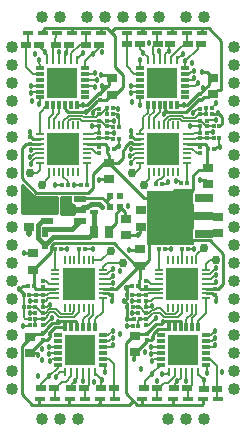
<source format=gtl>
G04 Layer: TopLayer*
G04 EasyEDA v6.5.22, 2023-04-03 13:48:28*
G04 438ef6ab04534b949e8f413d785863a0,3cec5f453c3247449836eb28e2eac2c3,10*
G04 Gerber Generator version 0.2*
G04 Scale: 100 percent, Rotated: No, Reflected: No *
G04 Dimensions in inches *
G04 leading zeros omitted , absolute positions ,3 integer and 6 decimal *
%FSLAX36Y36*%
%MOIN*%

%AMMACRO1*21,1,$1,$2,0,0,$3*%
%ADD10C,0.0058*%
%ADD11C,0.0100*%
%ADD12C,0.0150*%
%ADD13C,0.0200*%
%ADD14C,0.0300*%
%ADD15MACRO1,0.0213X0.0311X-90.0000*%
%ADD16R,0.0354X0.0315*%
%ADD17MACRO1,0.0213X0.0311X0.0000*%
%ADD18R,0.0213X0.0311*%
%ADD19MACRO1,0.0213X0.0311X90.0000*%
%ADD20MACRO1,0.0213X0.0223X90.0000*%
%ADD21MACRO1,0.0128X0.0119X-90.0000*%
%ADD22MACRO1,0.0128X0.0119X90.0000*%
%ADD23MACRO1,0.0128X0.0119X0.0000*%
%ADD24R,0.0128X0.0119*%
%ADD25R,0.0276X0.0079*%
%ADD26R,0.0079X0.0276*%
%ADD27R,0.1102X0.1102*%
%ADD28MACRO1,0.0262X0.011X90.0000*%
%ADD29MACRO1,0.011X0.0262X90.0000*%
%ADD30R,0.0110X0.0262*%
%ADD31R,0.1004X0.1004*%
%ADD32MACRO1,0.0262X0.011X-90.0000*%
%ADD33MACRO1,0.011X0.0262X-90.0000*%
%ADD34MACRO1,0.0142X0.0366X90.0000*%
%ADD35R,0.0366X0.0142*%
%ADD36MACRO1,0.0142X0.0366X-90.0000*%
%ADD37R,0.0276X0.0157*%
%ADD38R,0.0276X0.0433*%
%ADD39MACRO1,0.0213X0.0223X-90.0000*%
%ADD40R,0.0394X0.0217*%
%ADD41MACRO1,0.0265X0.062X90.0000*%
%ADD42MACRO1,0.0128X0.0145X0.0000*%
%ADD43R,0.0128X0.0145*%
%ADD44MACRO1,0.0128X0.0145X90.0000*%
%ADD45MACRO1,0.0128X0.0145X-90.0000*%
%ADD46C,0.0400*%
%ADD47C,0.0180*%
%ADD48C,0.0121*%

%LPD*%
G36*
X75000Y759500D02*
G01*
X73460Y759800D01*
X72180Y760680D01*
X71300Y761960D01*
X71000Y763500D01*
X71000Y856960D01*
X71300Y858500D01*
X72180Y859800D01*
X73500Y860660D01*
X75040Y860960D01*
X79480Y860900D01*
X80980Y860580D01*
X82260Y859720D01*
X115320Y826660D01*
X117260Y825160D01*
X119280Y824240D01*
X122060Y823800D01*
X191500Y823800D01*
X193039Y823500D01*
X194320Y822620D01*
X195200Y821340D01*
X195500Y819800D01*
X195500Y763500D01*
X195200Y761960D01*
X194320Y760680D01*
X193039Y759800D01*
X191500Y759500D01*
G37*

%LPD*%
G36*
X205300Y756000D02*
G01*
X203660Y756360D01*
X202300Y757360D01*
X201480Y758840D01*
X201340Y760520D01*
X201500Y761760D01*
X201500Y818000D01*
X201800Y819539D01*
X202680Y820819D01*
X203960Y821700D01*
X205500Y822000D01*
X237440Y822000D01*
X238960Y821700D01*
X240260Y820819D01*
X241140Y819539D01*
X241439Y818000D01*
X241439Y801840D01*
X241680Y800020D01*
X242260Y798600D01*
X243220Y797360D01*
X244460Y796400D01*
X245900Y795819D01*
X248500Y795580D01*
X250040Y795260D01*
X251320Y794400D01*
X252200Y793100D01*
X252500Y791580D01*
X252500Y760000D01*
X252200Y758460D01*
X251320Y757180D01*
X250040Y756300D01*
X248500Y756000D01*
G37*

%LPD*%
G36*
X494000Y660000D02*
G01*
X492460Y660300D01*
X491180Y661180D01*
X490300Y662460D01*
X490000Y664000D01*
X490000Y701040D01*
X490300Y702560D01*
X490740Y703620D01*
X490920Y704960D01*
X490920Y735939D01*
X490740Y737280D01*
X490300Y738319D01*
X490000Y739860D01*
X490000Y756140D01*
X490300Y757680D01*
X490740Y758720D01*
X490920Y760060D01*
X490920Y791040D01*
X490740Y792380D01*
X490300Y793439D01*
X490000Y794960D01*
X490000Y835520D01*
X490300Y837039D01*
X491160Y838340D01*
X492460Y839200D01*
X493980Y839520D01*
X644479Y839980D01*
X646020Y839680D01*
X647320Y838820D01*
X648199Y837520D01*
X648500Y835980D01*
X648500Y835180D01*
X648199Y833660D01*
X647320Y832360D01*
X644940Y830740D01*
X644280Y829880D01*
X643880Y828860D01*
X643700Y827520D01*
X643700Y801600D01*
X643880Y800260D01*
X644280Y799240D01*
X644940Y798379D01*
X647320Y796760D01*
X648199Y795460D01*
X648500Y793940D01*
X648500Y717080D01*
X648199Y715540D01*
X647320Y714240D01*
X644940Y712620D01*
X644280Y711760D01*
X643880Y710759D01*
X643700Y709419D01*
X643700Y683480D01*
X643880Y682140D01*
X644280Y681140D01*
X644940Y680280D01*
X647320Y678660D01*
X648199Y677360D01*
X648500Y675819D01*
X648500Y664000D01*
X648199Y662460D01*
X647320Y661180D01*
X646040Y660300D01*
X644500Y660000D01*
G37*

%LPD*%
D10*
X541010Y863000D02*
G01*
X556500Y863000D01*
X561999Y868499D01*
X545999Y901269D02*
G01*
X545999Y887500D01*
X536500Y878000D01*
X530000Y878000D01*
X521990Y869989D01*
X521990Y863000D01*
X681540Y176999D02*
G01*
X681540Y207458D01*
X680000Y208998D01*
X680000Y209000D02*
G01*
X661210Y227789D01*
X661210Y233899D01*
D11*
X430999Y640999D02*
G01*
X464940Y640999D01*
X468499Y644560D01*
X461500Y690500D02*
G01*
X468501Y697501D01*
X468501Y720940D01*
X166500Y362500D02*
G01*
X166500Y367500D01*
X184000Y385000D01*
X218800Y384099D01*
X64000Y511999D02*
G01*
X75500Y523499D01*
X92699Y523499D01*
X64000Y511999D02*
G01*
X79490Y496509D01*
X79490Y493000D01*
X185297Y512997D02*
G01*
X119800Y512997D01*
X114299Y518497D01*
X114299Y523499D01*
X373499Y470999D02*
G01*
X374000Y490700D01*
X342739Y497500D02*
G01*
X360500Y497500D01*
X367300Y490700D01*
X374000Y490700D01*
X342699Y513299D02*
G01*
X374000Y512300D01*
X420000Y516999D02*
G01*
X425999Y523000D01*
X439699Y523000D01*
X718499Y491199D02*
G01*
X720000Y489699D01*
X720000Y471999D01*
X686739Y497500D02*
G01*
X707979Y497500D01*
X714279Y491199D01*
X718499Y491199D01*
X686700Y513299D02*
G01*
X718499Y512800D01*
X490500Y342199D02*
G01*
X490500Y339499D01*
X488000Y336999D01*
X510000Y350000D02*
G01*
X502199Y342199D01*
X490500Y342199D01*
X488000Y336999D02*
G01*
X462541Y311539D01*
X451999Y311539D01*
X678899Y696439D02*
G01*
X679897Y697440D01*
X726999Y697440D01*
X381790Y980001D02*
G01*
X391168Y989380D01*
X398040Y989380D01*
X715300Y979000D02*
G01*
X723400Y987100D01*
X733099Y987100D01*
D10*
X731505Y1016001D02*
G01*
X731505Y988690D01*
X733098Y987101D01*
D11*
X435500Y998699D02*
G01*
X429699Y998699D01*
X418000Y986999D01*
X418000Y981500D01*
X409499Y973000D01*
X409499Y949499D01*
X393060Y933060D01*
X364000Y933060D01*
D10*
X398000Y989400D02*
G01*
X397500Y1011999D01*
D11*
X435500Y1020300D02*
G01*
X435500Y1035999D01*
X438499Y1039000D01*
X467260Y1011500D02*
G01*
X450000Y1011500D01*
X441199Y1020300D01*
X435500Y1020300D01*
X467260Y995740D02*
G01*
X442500Y995740D01*
X439540Y998699D01*
X435500Y998699D01*
X331999Y876001D02*
G01*
X333939Y877939D01*
X364000Y877939D01*
X364000Y933060D02*
G01*
X346060Y933060D01*
X310000Y896999D01*
X310000Y848000D01*
X295000Y833000D01*
X121999Y833000D01*
X73998Y881001D01*
X73998Y981498D01*
X88200Y995700D01*
X100500Y995700D01*
X100500Y1017300D02*
G01*
X101999Y1018800D01*
X101999Y1035500D01*
X133299Y995700D02*
G01*
X100500Y995700D01*
X133260Y1011500D02*
G01*
X110999Y1011500D01*
X105199Y1017300D01*
X100500Y1017300D01*
X691203Y987997D02*
G01*
X691203Y967997D01*
X518800Y776199D02*
G01*
X583099Y840500D01*
X645000Y840500D01*
X645000Y890999D01*
X663499Y909499D01*
X691999Y909499D01*
X334000Y145000D02*
G01*
X334000Y133000D01*
X328000Y126999D01*
X108000Y126999D01*
X74000Y160999D01*
X74000Y323000D01*
X105500Y354499D01*
X109000Y354499D01*
X675999Y145000D02*
G01*
X675999Y130000D01*
X673000Y126999D01*
X455999Y126999D01*
X419000Y164000D01*
X419000Y331999D01*
X443560Y356559D01*
X449000Y356559D01*
X451999Y353000D02*
G01*
X451999Y354499D01*
X474000Y1364000D02*
G01*
X474000Y1375999D01*
X479000Y1380999D01*
X695999Y1380999D01*
X738000Y1339000D01*
X738000Y1175999D01*
X725560Y1175999D01*
X710999Y1161439D01*
X664000Y1160799D02*
G01*
X695999Y1192800D01*
X695999Y1201599D01*
X708000Y1213600D01*
X145000Y1364000D02*
G01*
X145000Y1375000D01*
X150999Y1380999D01*
X358000Y1380999D01*
X384000Y1355000D01*
X384000Y1251999D01*
X409000Y1226999D01*
X409000Y1184000D01*
X384439Y1159439D01*
X375000Y1159439D01*
X375000Y1214560D02*
G01*
X364000Y1203560D01*
X364000Y1193460D01*
X384000Y1155999D02*
G01*
X378499Y1150500D01*
X364000Y1150500D01*
X340000Y1188000D02*
G01*
X358539Y1188000D01*
X364000Y1193460D01*
D10*
X237528Y1275100D02*
G01*
X237528Y1297528D01*
X266999Y1326999D01*
X287539Y1326999D01*
X225459Y1328000D02*
G01*
X225459Y1305459D01*
X220000Y1300000D01*
X217838Y1297838D01*
X217838Y1275100D01*
X286999Y1363998D02*
G01*
X287539Y1363458D01*
X287539Y1326999D01*
X311999Y1296001D02*
G01*
X330459Y1314461D01*
X330459Y1326999D01*
X313460Y1301460D02*
G01*
X283099Y1271100D01*
X283099Y1249209D01*
X238499Y233899D02*
G01*
X238499Y221500D01*
X220000Y203000D01*
X205999Y203000D01*
X184000Y180999D01*
X179499Y180999D01*
X84000Y413000D02*
G01*
X79490Y417510D01*
X79490Y453000D01*
X100000Y951999D02*
G01*
X99000Y951999D01*
X99000Y951999D01*
X206489Y860000D02*
G01*
X184000Y860000D01*
X211999Y901269D02*
G01*
X211999Y884000D01*
X225509Y870489D01*
X225509Y860000D01*
X190999Y1364000D02*
G01*
X188000Y1360999D01*
X188000Y1351999D01*
X182539Y1346540D01*
X182539Y1328000D01*
X104000Y1164000D02*
G01*
X110470Y1170470D01*
X132899Y1170470D01*
X283101Y1190160D02*
G01*
X309839Y1190160D01*
X315999Y1184000D01*
X283101Y1209839D02*
G01*
X322161Y1209839D01*
X324000Y1208000D01*
X283101Y1229529D02*
G01*
X313528Y1229529D01*
X315999Y1231999D01*
X132899Y1249200D02*
G01*
X131999Y1275999D01*
X257208Y1275100D02*
G01*
X257208Y1279209D01*
X275999Y1298000D01*
X198159Y1275100D02*
G01*
X198000Y1275259D01*
X198000Y1303000D01*
X88539Y1326999D02*
G01*
X88539Y1251460D01*
X110470Y1229529D01*
X132899Y1229529D01*
X88539Y1326999D02*
G01*
X95000Y1333460D01*
X95000Y1363998D01*
X158789Y1275100D02*
G01*
X158789Y1293209D01*
X148969Y1303029D01*
X148969Y1303029D02*
G01*
X131460Y1320540D01*
X131460Y1326999D01*
X182539Y1328000D02*
G01*
X178470Y1323930D01*
X178470Y1275100D01*
D11*
X331999Y1162800D02*
G01*
X362660Y1193460D01*
X364000Y1193460D01*
D10*
X393000Y1090000D02*
G01*
X389000Y1093998D01*
X375509Y1093998D01*
X397510Y1051999D02*
G01*
X397510Y1085489D01*
X393000Y1090000D01*
X270489Y860000D02*
G01*
X248000Y860000D01*
X375509Y1116999D02*
G01*
X390000Y1116999D01*
X393998Y1113000D01*
X356001Y1033501D02*
G01*
X357501Y1031999D01*
X380000Y1031999D01*
X358000Y1073510D02*
G01*
X378490Y1073510D01*
X380000Y1071999D01*
X356489Y1093998D02*
G01*
X356489Y1116999D01*
X356489Y1116999D01*
X308000Y1056001D02*
G01*
X309511Y1054490D01*
X331999Y1054490D01*
X331999Y1113510D02*
G01*
X330491Y1111999D01*
X320000Y1111999D01*
X311999Y1104000D01*
X311999Y1100000D01*
D11*
X217800Y1124899D02*
G01*
X217800Y1111199D01*
X226999Y1101999D01*
X286999Y1101999D01*
X286999Y1101999D02*
G01*
X286999Y1101999D01*
X325000Y1140000D01*
X257210Y1124899D02*
G01*
X278724Y1124899D01*
X278724Y1124899D02*
G01*
X288899Y1124899D01*
X326799Y1162800D01*
X331999Y1162800D01*
D10*
X358000Y1054490D02*
G01*
X376001Y1054490D01*
X378490Y1051999D01*
X331999Y1033510D02*
G01*
X331999Y1033510D01*
X331999Y1054490D01*
X290740Y1027240D02*
G01*
X311239Y1027240D01*
X317510Y1033510D01*
X331999Y1033510D01*
X356001Y1014490D02*
G01*
X375999Y1014490D01*
X378490Y1011999D01*
X331999Y1014490D02*
G01*
X355999Y1014490D01*
X290740Y1011500D02*
G01*
X315999Y1011500D01*
X318989Y1014490D01*
X331999Y1014490D01*
X290740Y979960D02*
G01*
X308040Y979960D01*
X321509Y966489D01*
X331999Y966489D01*
D11*
X357199Y988000D02*
G01*
X357199Y988000D01*
X357199Y963998D01*
X290740Y995749D02*
G01*
X349450Y995749D01*
X357199Y988000D01*
D10*
X289510Y860000D02*
G01*
X289510Y931529D01*
X290740Y932759D01*
X132899Y1150790D02*
G01*
X132899Y1128899D01*
X131999Y1128000D01*
X133258Y980000D02*
G01*
X109000Y980000D01*
X104000Y975000D01*
X158789Y1124899D02*
G01*
X133258Y1099369D01*
X133258Y1027240D01*
X198159Y1124899D02*
G01*
X198159Y1097159D01*
X180500Y1079499D01*
X180500Y1058739D01*
X178470Y1124899D02*
G01*
X178470Y1096948D01*
X164760Y1083240D01*
X164760Y1058739D01*
X617100Y1190160D02*
G01*
X651161Y1190160D01*
X660000Y1199000D01*
D11*
X707501Y1093998D02*
G01*
X721999Y1093998D01*
X726999Y1099000D01*
D10*
X707507Y1116001D02*
G01*
X721995Y1130486D01*
X721995Y1131997D01*
X691999Y1073510D02*
G01*
X694490Y1076001D01*
X719998Y1076001D01*
X689998Y1033512D02*
G01*
X692483Y1036001D01*
X711995Y1036001D01*
D11*
X691194Y967997D02*
G01*
X691532Y943668D01*
X691532Y943668D02*
G01*
X691995Y909497D01*
D10*
X623512Y863998D02*
G01*
X624740Y865226D01*
X624740Y932755D01*
X659459Y1327997D02*
G01*
X659459Y1313458D01*
X617100Y1271100D01*
X617100Y1271100D02*
G01*
X617100Y1249209D01*
X609998Y1296001D02*
G01*
X591206Y1277206D01*
X591206Y1275100D01*
X616541Y1327997D02*
G01*
X623000Y1334457D01*
X623000Y1364000D01*
X520540Y1327997D02*
G01*
X523000Y1330457D01*
X523000Y1364000D01*
X423539Y1330000D02*
G01*
X423000Y1330540D01*
X423000Y1363998D01*
X466896Y1229526D02*
G01*
X448474Y1229526D01*
X423539Y1254459D01*
X423539Y1330000D01*
X551835Y1275100D02*
G01*
X551835Y1293838D01*
X563458Y1305461D01*
X563458Y1305461D02*
G01*
X563458Y1327997D01*
X520540Y1327997D02*
G01*
X509998Y1317456D01*
X509998Y1296001D01*
X512472Y1293528D01*
X512472Y1275100D01*
X532163Y1275100D02*
G01*
X532163Y1301837D01*
X529998Y1303998D01*
X477997Y1300000D02*
G01*
X466460Y1311538D01*
X466460Y1330000D01*
X492788Y1275100D02*
G01*
X492788Y1285210D01*
X477997Y1300000D01*
X466896Y1249209D02*
G01*
X465996Y1276001D01*
D11*
X697995Y1154535D02*
G01*
X695457Y1151997D01*
X681995Y1151997D01*
X671201Y1141201D01*
X665996Y1141201D01*
X665996Y1162793D02*
G01*
X660790Y1162793D01*
X622898Y1124897D01*
X615192Y1124897D01*
X615192Y1124897D02*
G01*
X591206Y1124897D01*
D10*
X665996Y1113512D02*
G01*
X664486Y1111997D01*
X655996Y1111997D01*
X644000Y1100001D01*
X644000Y1098000D01*
X691999Y1054490D02*
G01*
X693510Y1056001D01*
X712483Y1056001D01*
X665996Y1054484D02*
G01*
X635515Y1054484D01*
X633998Y1056001D01*
X665996Y1033512D02*
G01*
X665996Y1054484D01*
X624740Y1027240D02*
G01*
X645243Y1027240D01*
X651516Y1033512D01*
X665996Y1033512D01*
X689998Y1014492D02*
G01*
X691500Y1016001D01*
X712483Y1016001D01*
X665996Y1014492D02*
G01*
X689998Y1014492D01*
X624740Y1011498D02*
G01*
X649998Y1011498D01*
X652993Y1014492D01*
X665996Y1014492D01*
X467256Y948501D02*
G01*
X451098Y947997D01*
X435999Y932899D01*
X435999Y930999D01*
X467256Y980000D02*
G01*
X438000Y980000D01*
X435999Y978000D01*
X465996Y1123998D02*
G01*
X466896Y1150790D01*
X466896Y1190160D02*
G01*
X440160Y1190160D01*
X437997Y1187997D01*
X492788Y1124897D02*
G01*
X492788Y1098789D01*
X477997Y1083998D01*
X477997Y1047997D01*
X467256Y1037258D01*
X467256Y1027240D01*
X512472Y1124897D02*
G01*
X512472Y1102467D01*
X498762Y1087240D01*
X498762Y1058737D01*
X532163Y1124897D02*
G01*
X532163Y1102157D01*
X514497Y1083501D01*
X514497Y1058737D01*
X624740Y979958D02*
G01*
X642038Y979958D01*
X655504Y966489D01*
X665996Y966489D01*
D11*
X624740Y995747D02*
G01*
X683454Y995747D01*
X691203Y987997D01*
X479000Y1380999D02*
G01*
X383762Y1380999D01*
X370880Y1368119D01*
D10*
X203508Y645000D02*
G01*
X225000Y645000D01*
X192898Y279470D02*
G01*
X172467Y279470D01*
X165999Y272997D01*
X192898Y299160D02*
G01*
X167157Y299160D01*
X163998Y296001D01*
X192898Y318798D02*
G01*
X192696Y319000D01*
X164000Y319000D01*
D11*
X233998Y145000D02*
G01*
X230253Y141255D01*
X230253Y126999D01*
X133998Y145000D02*
G01*
X129465Y140464D01*
X129465Y126999D01*
D10*
X381460Y180999D02*
G01*
X381460Y260540D01*
X362528Y279470D01*
X343097Y279470D01*
X383998Y145000D02*
G01*
X381460Y147539D01*
X381460Y180999D01*
X343097Y259789D02*
G01*
X351999Y250891D01*
X351999Y233998D01*
X179459Y180999D02*
G01*
X183998Y176460D01*
X183998Y145000D01*
X282460Y176999D02*
G01*
X283998Y175461D01*
X283998Y145000D01*
X248998Y205000D02*
G01*
X239540Y195540D01*
X239540Y176999D01*
X258159Y233899D02*
G01*
X258159Y214160D01*
X248998Y205000D01*
X277797Y233899D02*
G01*
X277997Y205000D01*
X297528Y233899D02*
G01*
X297528Y192069D01*
X282460Y176999D01*
X340000Y210000D02*
G01*
X338539Y208539D01*
X338539Y180999D01*
X317208Y233899D02*
G01*
X317208Y232793D01*
X340000Y210000D01*
D11*
X143998Y363793D02*
G01*
X118335Y363793D01*
X108998Y354457D01*
D10*
X343097Y358207D02*
G01*
X361208Y358207D01*
X375999Y373000D01*
X343097Y338528D02*
G01*
X364531Y338528D01*
X375996Y350000D01*
X343097Y318838D02*
G01*
X369841Y318838D01*
X377997Y326997D01*
X342739Y528998D02*
G01*
X372998Y528998D01*
X376999Y533000D01*
X342739Y544740D02*
G01*
X365740Y544740D01*
X376999Y555999D01*
X342739Y560497D02*
G01*
X357498Y560497D01*
X376999Y580000D01*
X317208Y384104D02*
G01*
X317208Y411210D01*
X342739Y436743D01*
X342739Y481757D01*
X311239Y450261D02*
G01*
X311239Y425243D01*
X297528Y411532D01*
X297528Y384104D01*
X295497Y450261D02*
G01*
X295497Y429499D01*
X277838Y411840D01*
X277838Y384104D01*
X118508Y412997D02*
G01*
X118508Y392997D01*
X143998Y412500D02*
G01*
X118499Y412997D01*
X118000Y433490D02*
G01*
X99490Y433490D01*
X98998Y432997D01*
X118000Y452510D02*
G01*
X98987Y452510D01*
X98499Y452997D01*
X118998Y473501D02*
G01*
X98998Y472997D01*
X143998Y473490D02*
G01*
X143998Y453510D01*
X145000Y452510D01*
X118998Y492500D02*
G01*
X98499Y492997D01*
X143998Y492512D02*
G01*
X118998Y492512D01*
X185259Y497500D02*
G01*
X163499Y497500D01*
X158508Y492512D01*
X143998Y492512D01*
X185259Y529043D02*
G01*
X184218Y527997D01*
X163998Y527997D01*
X154490Y537512D01*
X143998Y537512D01*
X184499Y645000D02*
G01*
X185297Y576201D01*
X569000Y644000D02*
G01*
X568000Y645000D01*
X549508Y645000D01*
D11*
X446489Y413000D02*
G01*
X423998Y413000D01*
D10*
X461509Y389000D02*
G01*
X461509Y409000D01*
X465507Y413000D01*
D11*
X422487Y493000D02*
G01*
X422487Y514508D01*
X420000Y516999D01*
D10*
X442485Y389000D02*
G01*
X423998Y389000D01*
X461999Y431489D02*
G01*
X460488Y433000D01*
X441999Y433000D01*
X463998Y471491D02*
G01*
X462491Y473000D01*
X441999Y473000D01*
X687096Y259789D02*
G01*
X691997Y254890D01*
X691997Y233000D01*
X724459Y176999D02*
G01*
X723993Y177465D01*
X723993Y256999D01*
X701527Y279470D01*
X687096Y279470D01*
X726001Y145000D02*
G01*
X724459Y146541D01*
X724459Y176999D01*
X626460Y178000D02*
G01*
X626001Y177541D01*
X626001Y145000D01*
X641527Y233901D02*
G01*
X641527Y193067D01*
X626460Y178000D01*
X620000Y205000D02*
G01*
X621837Y206840D01*
X621837Y233901D01*
X508000Y229000D02*
G01*
X483539Y204540D01*
X483539Y178000D01*
X536898Y259789D02*
G01*
X508000Y230891D01*
X508000Y229000D01*
X562791Y233901D02*
G01*
X557892Y229000D01*
X540000Y229000D01*
X526460Y178000D02*
G01*
X525000Y176539D01*
X525000Y145000D01*
X591999Y205000D02*
G01*
X583539Y196539D01*
X583539Y178000D01*
X602163Y233901D02*
G01*
X602163Y215160D01*
X591999Y205000D01*
X582467Y233901D02*
G01*
X582467Y221469D01*
X558998Y198000D01*
X546460Y198000D01*
X526460Y178000D01*
X536898Y279470D02*
G01*
X513474Y279470D01*
X505999Y271999D01*
X536898Y299160D02*
G01*
X508164Y299160D01*
X503998Y295000D01*
X536898Y318840D02*
G01*
X504160Y318840D01*
X504000Y319000D01*
X687096Y358209D02*
G01*
X703209Y358209D01*
X718000Y373000D01*
X687096Y338530D02*
G01*
X707530Y338530D01*
X718000Y349000D01*
X687096Y318840D02*
G01*
X710839Y318840D01*
X716999Y325000D01*
X661208Y384101D02*
G01*
X661208Y406210D01*
X686743Y431739D01*
X686743Y481759D01*
X655239Y450261D02*
G01*
X655239Y428238D01*
X641527Y414531D01*
X641527Y384101D01*
X639499Y450261D02*
G01*
X639499Y428499D01*
X621837Y410839D01*
X621837Y384101D01*
D11*
X488000Y363800D02*
G01*
X461338Y363800D01*
X451999Y354459D01*
D10*
X508000Y456999D02*
G01*
X501509Y450509D01*
X488000Y450509D01*
X488000Y391491D02*
G01*
X498492Y391491D01*
X521999Y415000D01*
X461999Y450509D02*
G01*
X459510Y453000D01*
X442510Y453000D01*
X488000Y471491D02*
G01*
X488000Y450509D01*
X529257Y481759D02*
G01*
X512759Y481759D01*
X502487Y471491D01*
X488000Y471491D01*
X463998Y490509D02*
G01*
X461509Y493000D01*
X441509Y493000D01*
X488000Y490509D02*
G01*
X463998Y490509D01*
X529257Y497500D02*
G01*
X494987Y497500D01*
X488000Y490509D01*
X530488Y645000D02*
G01*
X530488Y577469D01*
X529257Y576239D01*
D11*
X529257Y513251D02*
G01*
X468546Y513251D01*
X462797Y519000D01*
X462797Y519000D02*
G01*
X462797Y540999D01*
X462797Y540999D02*
G01*
X468000Y546201D01*
X468000Y562699D01*
X468000Y562699D02*
G01*
X468000Y599544D01*
D10*
X529257Y529040D02*
G01*
X503960Y529040D01*
X494492Y538510D01*
X488000Y538510D01*
X686743Y529000D02*
G01*
X717001Y529000D01*
X721999Y534000D01*
D11*
X475000Y145000D02*
G01*
X475000Y130000D01*
X478000Y126999D01*
X575999Y145000D02*
G01*
X575999Y129976D01*
X578976Y126999D01*
D10*
X136541Y181001D02*
G01*
X136541Y194041D01*
X163499Y220999D01*
X608000Y607699D02*
G01*
X607500Y644000D01*
X626509Y643998D02*
G01*
X643998Y643998D01*
X646999Y646999D01*
D11*
X673000Y1364000D02*
G01*
X673000Y1380999D01*
X573000Y1364000D02*
G01*
X573000Y1380999D01*
X336999Y1364000D02*
G01*
X336999Y1380999D01*
X240999Y1364000D02*
G01*
X240999Y1380999D01*
D10*
X264000Y607699D02*
G01*
X263499Y644000D01*
X282510Y644000D02*
G01*
X310999Y644000D01*
X342739Y576239D02*
G01*
X342739Y585740D01*
X356999Y600000D01*
X409000Y600000D01*
X311239Y607743D02*
G01*
X336743Y607743D01*
X369000Y640000D01*
X655239Y607741D02*
G01*
X655239Y625239D01*
X680000Y650000D01*
X686739Y576239D02*
G01*
X686739Y596999D01*
X699740Y610000D01*
X720000Y610000D01*
X133260Y932759D02*
G01*
X133260Y909259D01*
X124000Y900000D01*
X100000Y900000D01*
X164760Y901260D02*
G01*
X164760Y884760D01*
X140000Y860000D01*
X498762Y901257D02*
G01*
X498762Y878762D01*
X480000Y860000D01*
X467260Y932759D02*
G01*
X467260Y915999D01*
X451260Y900000D01*
X440000Y900000D01*
D11*
X357199Y963998D02*
G01*
X364000Y957199D01*
X364000Y933060D01*
X548000Y1096999D02*
G01*
X551840Y1100839D01*
X551840Y1124899D01*
X327997Y126999D02*
G01*
X430680Y126999D01*
X443341Y139659D01*
X340000Y1188000D02*
G01*
X348024Y1179974D01*
X348024Y1178825D01*
X331999Y1162800D02*
G01*
X340000Y1170799D01*
X340000Y1188000D01*
D10*
X665999Y1094499D02*
G01*
X688499Y1094000D01*
X688490Y1094000D02*
G01*
X688490Y1115999D01*
X686700Y560500D02*
G01*
X699499Y560500D01*
X720000Y580999D01*
X686700Y544699D02*
G01*
X704699Y544699D01*
X718000Y558000D01*
X721999Y558000D01*
X185300Y481799D02*
G01*
X160000Y480999D01*
X152500Y473499D01*
X144000Y473499D01*
X334000Y1094499D02*
G01*
X331999Y1094499D01*
D11*
X562791Y384101D02*
G01*
X562791Y378998D01*
X525996Y378998D01*
X510000Y363002D01*
X510000Y350000D01*
D10*
X132899Y1190160D02*
G01*
X122161Y1190160D01*
X121999Y1190000D01*
X103000Y1190000D01*
X561700Y1058699D02*
G01*
X561700Y1070700D01*
X570999Y1080000D01*
X600199Y1080000D01*
X608200Y1071999D01*
X665999Y1071999D01*
X665999Y1073499D01*
X545999Y1058699D02*
G01*
X545999Y1071999D01*
X564000Y1090000D01*
X606999Y1090000D01*
X615000Y1081999D01*
X651999Y1081999D01*
X664499Y1094499D01*
X665999Y1094499D01*
D11*
X551799Y1125000D02*
G01*
X551799Y1110199D01*
X560000Y1101999D01*
X621999Y1101999D01*
X661199Y1141199D01*
X665999Y1141199D01*
X548000Y1096999D02*
G01*
X548000Y1100999D01*
X560000Y1101999D01*
D10*
X168000Y460000D02*
G01*
X163998Y460000D01*
X156509Y452510D01*
X145000Y452510D01*
X592300Y450300D02*
G01*
X592300Y438299D01*
X583000Y429000D01*
X553000Y429000D01*
X533000Y449000D01*
X523000Y449000D01*
X515000Y440999D01*
X505999Y440999D01*
X496500Y431500D01*
X488000Y431500D01*
X608000Y450300D02*
G01*
X608000Y431999D01*
X595000Y419000D01*
X545999Y419000D01*
X534000Y430999D01*
X510999Y430999D01*
X490500Y410500D01*
X488000Y410500D01*
D11*
X602199Y384099D02*
G01*
X602199Y404000D01*
X599200Y406999D01*
X546999Y406999D01*
X543000Y403000D01*
D10*
X331999Y1094490D02*
G01*
X335489Y1094490D01*
X356489Y1115489D01*
X356489Y1116999D01*
X488000Y431489D02*
G01*
X484510Y431489D01*
X465489Y450509D01*
X461999Y450509D01*
X227699Y1058701D02*
G01*
X227699Y1070700D01*
X236999Y1080000D01*
X268000Y1080000D01*
X274490Y1073510D01*
X331999Y1073510D01*
X211999Y1058699D02*
G01*
X211999Y1070999D01*
X230999Y1090000D01*
X274000Y1090000D01*
X280000Y1084000D01*
X320000Y1084000D01*
X330500Y1094499D01*
X331999Y1094499D01*
X488000Y410509D02*
G01*
X485509Y413000D01*
X465509Y413000D01*
X248200Y450300D02*
G01*
X248200Y437199D01*
X240000Y428998D01*
X203000Y428998D01*
X188000Y443998D01*
X163998Y443998D01*
X153490Y433490D01*
X145000Y433490D01*
X145000Y433490D02*
G01*
X140509Y433490D01*
X121489Y452510D01*
X118000Y452510D01*
X691999Y1054490D02*
G01*
X688508Y1054490D01*
X669490Y1073510D01*
X665999Y1073510D01*
X358000Y1054490D02*
G01*
X354510Y1054490D01*
X335489Y1073510D01*
X331999Y1073510D01*
X133299Y948499D02*
G01*
X122500Y948499D01*
X133260Y948499D02*
G01*
X118499Y948499D01*
X108000Y938000D01*
X108000Y930999D01*
X105000Y928000D01*
X133260Y964259D02*
G01*
X117260Y964259D01*
X108000Y955000D01*
X101999Y955000D01*
X99000Y951999D01*
X467260Y964259D02*
G01*
X450259Y964259D01*
X444000Y958000D01*
X435999Y958000D01*
X434000Y955999D01*
D11*
X726999Y1099000D02*
G01*
X738998Y1087001D01*
X738998Y1063501D01*
X731498Y1056001D01*
X488000Y363800D02*
G01*
X520199Y395999D01*
X535999Y395999D01*
X543000Y403000D01*
D10*
X144000Y393499D02*
G01*
X150500Y393499D01*
X174000Y416999D01*
X144000Y412500D02*
G01*
X149400Y412500D01*
X156100Y419099D01*
X156100Y422199D01*
X168000Y434000D01*
X180999Y434000D01*
X195999Y419000D01*
X246999Y419000D01*
X264000Y435999D01*
X264000Y450300D01*
D11*
X166725Y363726D02*
G01*
X166725Y362725D01*
X166500Y362500D01*
X166500Y350498D01*
X158200Y342199D01*
X143998Y342199D01*
D12*
X313299Y701999D02*
G01*
X314000Y768200D01*
X267119Y775000D02*
G01*
X277119Y785000D01*
X291999Y785000D01*
X302779Y795779D01*
X314000Y795779D01*
X340999Y784000D02*
G01*
X329220Y795779D01*
X314000Y795779D01*
D11*
X156880Y812399D02*
G01*
X156880Y775000D01*
X267119Y812399D02*
G01*
X269720Y815000D01*
X341999Y815000D01*
X353000Y804000D01*
X367959Y818960D01*
X367959Y823000D01*
X353000Y804000D02*
G01*
X367959Y789040D01*
X367959Y784000D01*
D10*
X445999Y278000D02*
G01*
X451999Y284000D01*
X451999Y311539D01*
X79490Y453000D02*
G01*
X79490Y493000D01*
X84000Y413000D02*
G01*
X99490Y413000D01*
X617100Y1209839D02*
G01*
X639839Y1209839D01*
X646999Y1216999D01*
X646999Y1239000D02*
G01*
X640000Y1239000D01*
X630529Y1229529D01*
X617100Y1229529D01*
D11*
X518800Y744000D02*
G01*
X523000Y739800D01*
X523000Y666999D01*
X331999Y1141199D02*
G01*
X354659Y1141199D01*
X364000Y1150540D01*
D10*
X571500Y1275100D02*
G01*
X571500Y1286500D01*
X606999Y1321999D01*
X616500Y1321999D01*
X616500Y1328000D01*
D13*
X126999Y776001D02*
G01*
X95940Y776001D01*
X95500Y775560D01*
X105000Y785059D01*
X105000Y798000D01*
X156880Y775000D02*
G01*
X155878Y776001D01*
X126999Y776001D01*
X95000Y828998D02*
G01*
X95500Y828499D01*
X95500Y775560D01*
D10*
X99490Y393000D02*
G01*
X94989Y388499D01*
X76500Y388499D01*
X185491Y219000D02*
G01*
X200390Y233899D01*
X218780Y233899D01*
X163512Y220999D02*
G01*
X192910Y250398D01*
X192910Y259789D01*
D11*
X258200Y384099D02*
G01*
X258200Y397800D01*
X249000Y406999D01*
X201999Y406999D01*
X194000Y399000D01*
X174499Y399000D01*
X157500Y381999D01*
X157500Y379299D01*
X140999Y362800D01*
X518800Y776199D02*
G01*
X518800Y744000D01*
X363998Y933058D02*
G01*
X363998Y931001D01*
X481001Y813998D01*
X491500Y813998D01*
X546999Y758499D01*
D10*
X466896Y1170470D02*
G01*
X444475Y1170470D01*
X437997Y1163998D01*
D11*
X423998Y413000D02*
G01*
X423998Y452491D01*
X423490Y453000D01*
X338000Y1225999D02*
G01*
X363560Y1225999D01*
X375000Y1214560D01*
X674000Y1235999D02*
G01*
X691559Y1235999D01*
X710999Y1216559D01*
X718499Y512800D02*
G01*
X728800Y512800D01*
X745000Y529000D01*
X745000Y630000D01*
X700999Y674000D01*
X595999Y674000D01*
X589000Y666999D01*
X498000Y666999D01*
X498000Y610000D01*
X475500Y587500D01*
X468000Y587500D01*
X468000Y599499D01*
X374000Y512300D02*
G01*
X388299Y512300D01*
X460999Y585000D01*
X692004Y866538D02*
G01*
X682543Y876001D01*
X666005Y876001D01*
D10*
X604495Y863998D02*
G01*
X596493Y871997D01*
X585996Y871997D01*
D11*
X402040Y783998D02*
G01*
X418499Y767539D01*
X418499Y745999D01*
X415000Y472500D02*
G01*
X422489Y479989D01*
X422489Y493000D01*
X415000Y472500D02*
G01*
X423490Y464009D01*
X423490Y453000D01*
X126999Y292500D02*
G01*
X121060Y298440D01*
X101999Y298440D01*
X101999Y298440D02*
G01*
X113299Y311500D01*
X144000Y342199D01*
X726999Y752559D02*
G01*
X721059Y758501D01*
X546999Y758501D01*
X418998Y690940D02*
G01*
X461060Y690940D01*
X461500Y690500D01*
D12*
X149000Y701460D02*
G01*
X149000Y711498D01*
X241017Y711498D01*
X267118Y737600D01*
D11*
X79000Y630500D02*
G01*
X79560Y631060D01*
X108998Y631060D01*
D13*
X95500Y695999D02*
G01*
X95500Y695999D01*
X95500Y720439D01*
D11*
X114299Y523501D02*
G01*
X114299Y570641D01*
X109000Y575940D01*
X169499Y636439D01*
X169499Y655500D01*
X178998Y665000D01*
X379499Y665000D01*
X454499Y590000D01*
X468000Y590000D01*
X468000Y599499D01*
D12*
X149000Y658499D02*
G01*
X176500Y685999D01*
X297300Y685999D01*
X313299Y701999D01*
X156900Y737600D02*
G01*
X140100Y737600D01*
X126500Y724000D01*
X126500Y680999D01*
X149000Y658499D01*
D11*
X401999Y784000D02*
G01*
X401999Y778499D01*
X386500Y763000D01*
X386500Y731500D01*
X364699Y709699D01*
X364699Y701999D01*
D14*
G01*
X100000Y900000D03*
G01*
X140000Y860000D03*
G01*
X440000Y900000D03*
G01*
X480000Y860000D03*
G01*
X680000Y650000D03*
G01*
X720000Y610000D03*
G01*
X369000Y640000D03*
G01*
X409000Y600000D03*
D15*
G01*
X187541Y1327000D03*
G01*
X230459Y1327000D03*
G01*
X287541Y1327000D03*
G01*
X330459Y1327000D03*
G01*
X423541Y1329000D03*
G01*
X466458Y1329000D03*
D16*
G01*
X469000Y775560D03*
G01*
X469000Y720439D03*
D17*
G01*
X149000Y701458D03*
D18*
G01*
X149000Y658539D03*
D16*
G01*
X375000Y1214560D03*
G01*
X375000Y1159439D03*
G01*
X710999Y1216559D03*
G01*
X710999Y1161439D03*
D15*
G01*
X525540Y1329000D03*
G01*
X568458Y1329000D03*
G01*
X626541Y1329000D03*
G01*
X669459Y1329000D03*
D19*
G01*
X722458Y180000D03*
G01*
X679540Y180000D03*
D16*
G01*
X449000Y301439D03*
G01*
X449000Y356559D03*
D19*
G01*
X622458Y180999D03*
G01*
X579540Y180999D03*
G01*
X522458Y180999D03*
G01*
X479540Y180999D03*
G01*
X381458Y180999D03*
G01*
X338541Y180999D03*
D15*
G01*
X88541Y1327000D03*
G01*
X131458Y1327000D03*
D16*
G01*
X101999Y298440D03*
G01*
X101999Y353560D03*
D19*
G01*
X280459Y180999D03*
G01*
X237541Y180999D03*
G01*
X179459Y180999D03*
G01*
X136541Y180999D03*
D16*
G01*
X419000Y690940D03*
G01*
X419000Y746060D03*
D20*
G01*
X402040Y822999D03*
G01*
X367959Y822999D03*
D21*
G01*
X356489Y1094000D03*
G01*
X375509Y1094000D03*
G01*
X378490Y1051999D03*
G01*
X397509Y1051999D03*
G01*
X378490Y1011999D03*
G01*
X397509Y1011999D03*
D22*
G01*
X375509Y1116999D03*
G01*
X356489Y1116999D03*
D23*
G01*
X358000Y1073510D03*
D24*
G01*
X358000Y1054490D03*
D23*
G01*
X355999Y1033510D03*
D24*
G01*
X355999Y1014490D03*
D23*
G01*
X331999Y1033510D03*
D24*
G01*
X331999Y1014490D03*
D23*
G01*
X331999Y1054490D03*
D24*
G01*
X331999Y1073510D03*
D23*
G01*
X331999Y1113510D03*
D24*
G01*
X331999Y1094490D03*
D22*
G01*
X289510Y860000D03*
G01*
X270489Y860000D03*
D23*
G01*
X331999Y985509D03*
D24*
G01*
X331999Y966489D03*
D22*
G01*
X225509Y860000D03*
G01*
X206489Y860000D03*
D21*
G01*
X521990Y863000D03*
G01*
X541010Y863000D03*
D23*
G01*
X665999Y985508D03*
D24*
G01*
X665999Y966489D03*
D22*
G01*
X623510Y863998D03*
G01*
X604490Y863998D03*
D23*
G01*
X665999Y1113508D03*
D24*
G01*
X665999Y1094490D03*
D23*
G01*
X665999Y1054488D03*
D24*
G01*
X665999Y1073510D03*
D23*
G01*
X665999Y1033508D03*
D24*
G01*
X665999Y1014490D03*
D23*
G01*
X690000Y1033508D03*
D24*
G01*
X690000Y1014490D03*
D23*
G01*
X691999Y1073510D03*
D24*
G01*
X691999Y1054490D03*
D22*
G01*
X707509Y1115999D03*
G01*
X688490Y1115999D03*
D21*
G01*
X712490Y1015999D03*
G01*
X731509Y1015999D03*
G01*
X712490Y1055999D03*
G01*
X731509Y1055999D03*
G01*
X688490Y1093998D03*
G01*
X707509Y1093998D03*
G01*
X607490Y644000D03*
G01*
X626509Y644000D03*
D23*
G01*
X488000Y519490D03*
D24*
G01*
X488000Y538510D03*
D21*
G01*
X530489Y645000D03*
G01*
X549510Y645000D03*
D23*
G01*
X488000Y391489D03*
D24*
G01*
X488000Y410509D03*
D23*
G01*
X488000Y450509D03*
D24*
G01*
X488000Y431489D03*
D23*
G01*
X488000Y471489D03*
D24*
G01*
X488000Y490509D03*
D23*
G01*
X464000Y471489D03*
D24*
G01*
X464000Y490509D03*
D23*
G01*
X461999Y431489D03*
D24*
G01*
X461999Y450509D03*
D21*
G01*
X442490Y389000D03*
G01*
X461509Y389000D03*
D22*
G01*
X441509Y493000D03*
G01*
X422490Y493000D03*
G01*
X442509Y453000D03*
G01*
X423490Y453000D03*
G01*
X465509Y413000D03*
G01*
X446489Y413000D03*
D21*
G01*
X263490Y644000D03*
G01*
X282509Y644000D03*
D23*
G01*
X144000Y518490D03*
D24*
G01*
X144000Y537510D03*
D21*
G01*
X184490Y645000D03*
G01*
X203510Y645000D03*
D23*
G01*
X144000Y393490D03*
D24*
G01*
X144000Y412510D03*
D23*
G01*
X145000Y452509D03*
D24*
G01*
X145000Y433490D03*
D23*
G01*
X144000Y473490D03*
D24*
G01*
X144000Y492510D03*
D23*
G01*
X119000Y473490D03*
D24*
G01*
X119000Y492510D03*
D23*
G01*
X118000Y433490D03*
D24*
G01*
X118000Y452510D03*
D21*
G01*
X99490Y393000D03*
G01*
X118510Y393000D03*
D22*
G01*
X98510Y493000D03*
G01*
X79490Y493000D03*
G01*
X98510Y453000D03*
G01*
X79490Y453000D03*
G01*
X118510Y413000D03*
G01*
X99490Y413000D03*
D25*
G01*
X290740Y979960D03*
G01*
X290740Y995749D03*
G01*
X290740Y1011500D03*
G01*
X290740Y1027240D03*
G01*
X290740Y964259D03*
G01*
X290740Y948499D03*
G01*
X290740Y932759D03*
D26*
G01*
X259239Y1058739D03*
G01*
X243499Y1058739D03*
G01*
X227750Y1058739D03*
G01*
X211999Y1058710D03*
G01*
X196260Y1058739D03*
G01*
X180500Y1058739D03*
G01*
X164760Y1058739D03*
D25*
G01*
X133260Y1027240D03*
G01*
X133260Y1011500D03*
G01*
X133260Y995740D03*
G01*
X133260Y980000D03*
G01*
X133260Y964259D03*
G01*
X133260Y948499D03*
G01*
X133260Y932759D03*
D26*
G01*
X164760Y901260D03*
G01*
X180500Y901260D03*
G01*
X196260Y901260D03*
G01*
X211999Y901269D03*
G01*
X227739Y901260D03*
G01*
X243499Y901260D03*
G01*
X259239Y901260D03*
D27*
G01*
X211219Y980010D03*
D25*
G01*
X624740Y979960D03*
G01*
X624740Y995749D03*
G01*
X624740Y1011500D03*
G01*
X624740Y1027240D03*
G01*
X624740Y964259D03*
G01*
X624740Y948499D03*
G01*
X624740Y932759D03*
D26*
G01*
X593240Y1058739D03*
G01*
X577500Y1058739D03*
G01*
X561750Y1058739D03*
G01*
X545999Y1058710D03*
G01*
X530259Y1058739D03*
G01*
X514499Y1058739D03*
G01*
X498760Y1058739D03*
D25*
G01*
X467260Y1027240D03*
G01*
X467260Y1011500D03*
G01*
X467260Y995740D03*
G01*
X467260Y980000D03*
G01*
X467260Y964259D03*
G01*
X467260Y948499D03*
G01*
X467260Y932759D03*
D26*
G01*
X498760Y901260D03*
G01*
X514499Y901260D03*
G01*
X530259Y901260D03*
G01*
X545999Y901269D03*
G01*
X561739Y901260D03*
G01*
X577500Y901260D03*
G01*
X593240Y901260D03*
D27*
G01*
X545219Y980010D03*
D25*
G01*
X529259Y529040D03*
G01*
X529259Y513249D03*
G01*
X529259Y497500D03*
G01*
X529259Y481759D03*
G01*
X529259Y544740D03*
G01*
X529259Y560500D03*
G01*
X529259Y576239D03*
D26*
G01*
X560760Y450259D03*
G01*
X576500Y450259D03*
G01*
X592249Y450259D03*
G01*
X608000Y450289D03*
G01*
X623739Y450259D03*
G01*
X639499Y450259D03*
G01*
X655239Y450259D03*
D25*
G01*
X686739Y481759D03*
G01*
X686739Y497500D03*
G01*
X686739Y513260D03*
G01*
X686739Y529000D03*
G01*
X686739Y544740D03*
G01*
X686739Y560500D03*
G01*
X686739Y576239D03*
D26*
G01*
X655239Y607739D03*
G01*
X639499Y607739D03*
G01*
X623739Y607739D03*
G01*
X608000Y607730D03*
G01*
X592260Y607739D03*
G01*
X576500Y607739D03*
G01*
X560760Y607739D03*
D27*
G01*
X608780Y528989D03*
D25*
G01*
X185259Y529040D03*
G01*
X185259Y513249D03*
G01*
X185259Y497500D03*
G01*
X185259Y481759D03*
G01*
X185259Y544740D03*
G01*
X185259Y560500D03*
G01*
X185259Y576239D03*
D26*
G01*
X216759Y450259D03*
G01*
X232500Y450259D03*
G01*
X248249Y450259D03*
G01*
X264000Y450289D03*
G01*
X279740Y450259D03*
G01*
X295500Y450259D03*
G01*
X311239Y450259D03*
D25*
G01*
X342739Y481759D03*
G01*
X342739Y497500D03*
G01*
X342739Y513260D03*
G01*
X342739Y529000D03*
G01*
X342739Y544740D03*
G01*
X342739Y560500D03*
G01*
X342739Y576239D03*
D26*
G01*
X311239Y607739D03*
G01*
X295500Y607739D03*
G01*
X279740Y607739D03*
G01*
X264000Y607730D03*
G01*
X248260Y607739D03*
G01*
X232500Y607739D03*
G01*
X216759Y607739D03*
D27*
G01*
X264780Y528989D03*
D28*
G01*
X158787Y1124901D03*
G01*
X178472Y1124901D03*
G01*
X198157Y1124901D03*
G01*
X217842Y1124901D03*
G01*
X237527Y1124901D03*
G01*
X257212Y1124901D03*
D29*
G01*
X283098Y1150787D03*
G01*
X283098Y1170472D03*
G01*
X283098Y1190157D03*
G01*
X283098Y1209842D03*
G01*
X283098Y1229527D03*
G01*
X283098Y1249212D03*
D30*
G01*
X257210Y1275100D03*
G01*
X237530Y1275100D03*
G01*
X217840Y1275100D03*
G01*
X198159Y1275100D03*
G01*
X178470Y1275100D03*
G01*
X158789Y1275100D03*
D29*
G01*
X132901Y1249212D03*
G01*
X132901Y1229527D03*
G01*
X132901Y1209842D03*
G01*
X132901Y1190157D03*
G01*
X132901Y1170472D03*
G01*
X132901Y1150787D03*
D31*
G01*
X208000Y1200000D03*
D28*
G01*
X492787Y1124900D03*
G01*
X512472Y1124900D03*
G01*
X532157Y1124900D03*
G01*
X551842Y1124900D03*
G01*
X571527Y1124900D03*
G01*
X591212Y1124900D03*
D29*
G01*
X617098Y1150786D03*
G01*
X617098Y1170471D03*
G01*
X617098Y1190156D03*
G01*
X617098Y1209841D03*
G01*
X617098Y1229526D03*
G01*
X617098Y1249211D03*
D30*
G01*
X591210Y1275100D03*
G01*
X571529Y1275100D03*
G01*
X551840Y1275100D03*
G01*
X532159Y1275100D03*
G01*
X512469Y1275100D03*
G01*
X492789Y1275100D03*
D29*
G01*
X466901Y1249211D03*
G01*
X466901Y1229526D03*
G01*
X466901Y1209841D03*
G01*
X466901Y1190156D03*
G01*
X466901Y1170471D03*
G01*
X466901Y1150786D03*
D31*
G01*
X541999Y1200000D03*
D32*
G01*
X661212Y384098D03*
G01*
X641527Y384098D03*
G01*
X621842Y384098D03*
G01*
X602157Y384098D03*
G01*
X582472Y384098D03*
G01*
X562787Y384098D03*
D33*
G01*
X536901Y358212D03*
G01*
X536901Y338527D03*
G01*
X536901Y318842D03*
G01*
X536901Y299157D03*
G01*
X536901Y279472D03*
G01*
X536901Y259787D03*
D30*
G01*
X562790Y233899D03*
G01*
X582469Y233899D03*
G01*
X602159Y233899D03*
G01*
X621840Y233899D03*
G01*
X641529Y233899D03*
G01*
X661210Y233899D03*
D33*
G01*
X687098Y259787D03*
G01*
X687098Y279472D03*
G01*
X687098Y299157D03*
G01*
X687098Y318842D03*
G01*
X687098Y338527D03*
G01*
X687098Y358212D03*
D31*
G01*
X611999Y309000D03*
D32*
G01*
X317212Y384098D03*
G01*
X297527Y384098D03*
G01*
X277842Y384098D03*
G01*
X258157Y384098D03*
G01*
X238472Y384098D03*
G01*
X218787Y384098D03*
D33*
G01*
X192901Y358212D03*
G01*
X192901Y338527D03*
G01*
X192901Y318842D03*
G01*
X192901Y299157D03*
G01*
X192901Y279472D03*
G01*
X192901Y259787D03*
D30*
G01*
X218789Y233899D03*
G01*
X238470Y233899D03*
G01*
X258159Y233899D03*
G01*
X277840Y233899D03*
G01*
X297530Y233899D03*
G01*
X317210Y233899D03*
D33*
G01*
X343098Y259787D03*
G01*
X343098Y279472D03*
G01*
X343098Y299157D03*
G01*
X343098Y318842D03*
G01*
X343098Y338527D03*
G01*
X343098Y358212D03*
D31*
G01*
X268000Y309000D03*
D34*
G01*
X145000Y1364000D03*
D35*
G01*
X95000Y1364000D03*
D34*
G01*
X240999Y1364000D03*
D35*
G01*
X190999Y1364000D03*
D34*
G01*
X336999Y1364000D03*
D35*
G01*
X286999Y1364000D03*
D34*
G01*
X473000Y1364000D03*
D35*
G01*
X423000Y1364000D03*
D34*
G01*
X573000Y1364000D03*
D35*
G01*
X523000Y1364000D03*
D34*
G01*
X673000Y1364000D03*
D35*
G01*
X623000Y1364000D03*
D36*
G01*
X675999Y145000D03*
D35*
G01*
X725999Y145000D03*
D36*
G01*
X575999Y145000D03*
D35*
G01*
X625999Y145000D03*
D36*
G01*
X475000Y145000D03*
D35*
G01*
X525000Y145000D03*
D36*
G01*
X334000Y145000D03*
D35*
G01*
X384000Y145000D03*
D36*
G01*
X234000Y145000D03*
D35*
G01*
X284000Y145000D03*
D36*
G01*
X134000Y145000D03*
D35*
G01*
X184000Y145000D03*
D37*
G01*
X314000Y768220D03*
G01*
X314000Y795779D03*
D38*
G01*
X313310Y701999D03*
G01*
X364690Y701999D03*
D39*
G01*
X367959Y784000D03*
G01*
X402040Y784000D03*
D40*
G01*
X267119Y812399D03*
G01*
X267119Y775000D03*
G01*
X267119Y737600D03*
G01*
X156880Y737600D03*
G01*
X156880Y775000D03*
G01*
X156880Y812399D03*
D41*
G01*
X678898Y696449D03*
G01*
X678898Y814560D03*
G36*
X535610Y792894D02*
G01*
X608609Y792894D01*
X610363Y792853D01*
X612112Y792730D01*
X613854Y792525D01*
X615583Y792238D01*
X617298Y791871D01*
X618993Y791424D01*
X620666Y790898D01*
X622312Y790293D01*
X623928Y789612D01*
X625511Y788858D01*
X627056Y788029D01*
X628562Y787127D01*
X630023Y786158D01*
X631437Y785120D01*
X632800Y784018D01*
X634110Y782853D01*
X635365Y781628D01*
X636561Y780345D01*
X637694Y779007D01*
X638764Y777618D01*
X639769Y776181D01*
X640704Y774697D01*
X641568Y773171D01*
X642361Y771608D01*
X643079Y768485D01*
X709904Y768485D01*
X709904Y742501D01*
X643079Y742501D01*
X642361Y739378D01*
X641568Y737813D01*
X640704Y736287D01*
X639769Y734805D01*
X638764Y733366D01*
X637694Y731977D01*
X636561Y730641D01*
X635365Y729358D01*
X634110Y728132D01*
X632800Y726966D01*
X631437Y725864D01*
X630023Y724828D01*
X628562Y723858D01*
X627056Y722957D01*
X625511Y722127D01*
X623928Y721372D01*
X622312Y720691D01*
X620666Y720088D01*
X618993Y719562D01*
X617298Y719115D01*
X615583Y718746D01*
X613854Y718461D01*
X612112Y718256D01*
X610363Y718132D01*
X608609Y718090D01*
X535610Y718090D01*
X533856Y718132D01*
X532107Y718256D01*
X530365Y718461D01*
X528636Y718746D01*
X526921Y719115D01*
X525225Y719562D01*
X523553Y720088D01*
X521907Y720691D01*
X520291Y721372D01*
X518708Y722127D01*
X517163Y722957D01*
X515657Y723858D01*
X514196Y724828D01*
X512782Y725864D01*
X511419Y726966D01*
X510109Y728132D01*
X508854Y729358D01*
X507658Y730641D01*
X506525Y731977D01*
X505455Y733366D01*
X504450Y734805D01*
X503515Y736287D01*
X502651Y737813D01*
X501858Y739378D01*
X501140Y740978D01*
X500497Y742609D01*
X499931Y744268D01*
X499445Y745954D01*
X499038Y747660D01*
X498710Y749382D01*
X498465Y751118D01*
X498301Y752865D01*
X498218Y754616D01*
X498218Y756370D01*
X498301Y758121D01*
X498465Y759866D01*
X498710Y761604D01*
X499038Y763326D01*
X499445Y765032D01*
X499931Y766716D01*
X500497Y768377D01*
X501140Y770007D01*
X501858Y771608D01*
X502651Y773171D01*
X503515Y774697D01*
X504450Y776181D01*
X505455Y777618D01*
X506525Y779007D01*
X507658Y780345D01*
X508854Y781628D01*
X510109Y782853D01*
X511419Y784018D01*
X512782Y785120D01*
X514196Y786158D01*
X515657Y787127D01*
X517163Y788029D01*
X518708Y788858D01*
X520291Y789612D01*
X521907Y790293D01*
X523553Y790898D01*
X525225Y791424D01*
X526921Y791871D01*
X528636Y792238D01*
X530365Y792525D01*
X532107Y792730D01*
X533856Y792853D01*
X535610Y792894D01*
G37*
D16*
G01*
X364000Y877939D03*
G01*
X364000Y933060D03*
D42*
G01*
X333000Y1141703D03*
D43*
G01*
X333000Y1163299D03*
D42*
G01*
X435500Y998704D03*
D43*
G01*
X435500Y1020300D03*
D42*
G01*
X100500Y995704D03*
D43*
G01*
X100500Y1017300D03*
D44*
G01*
X381795Y980000D03*
G01*
X360203Y980000D03*
D42*
G01*
X665999Y1141204D03*
D43*
G01*
X665999Y1162800D03*
D16*
G01*
X694000Y861939D03*
G01*
X694000Y917060D03*
G01*
X468499Y644560D03*
G01*
X468499Y589439D03*
D44*
G01*
X715295Y979000D03*
G01*
X693704Y979000D03*
D42*
G01*
X718499Y512795D03*
D43*
G01*
X718499Y491199D03*
D42*
G01*
X490500Y363795D03*
D43*
G01*
X490500Y342199D03*
D16*
G01*
X109000Y631060D03*
G01*
X109000Y575940D03*
D45*
G01*
X439704Y523000D03*
G01*
X461295Y523000D03*
D42*
G01*
X374000Y512296D03*
D43*
G01*
X374000Y490700D03*
D16*
G01*
X726999Y752559D03*
G01*
X726999Y697440D03*
D45*
G01*
X92703Y523499D03*
G01*
X114295Y523499D03*
D42*
G01*
X143000Y364295D03*
D43*
G01*
X143000Y342699D03*
D16*
G01*
X95500Y775560D03*
G01*
X95500Y720439D03*
D46*
G01*
X40000Y1320000D03*
G01*
X40000Y1260000D03*
G01*
X40000Y1020000D03*
G01*
X40000Y780000D03*
G01*
X40000Y1140000D03*
G01*
X40000Y1200000D03*
G01*
X40000Y1080000D03*
G01*
X200000Y1420000D03*
G01*
X290000Y1420000D03*
G01*
X530000Y1420000D03*
G01*
X350000Y1420000D03*
G01*
X470000Y1420000D03*
G01*
X410000Y1420000D03*
G01*
X140000Y1420000D03*
G01*
X40000Y720000D03*
G01*
X40000Y840000D03*
G01*
X40000Y960000D03*
G01*
X40000Y900000D03*
G01*
X40000Y660000D03*
G01*
X40000Y540000D03*
G01*
X40000Y600000D03*
G01*
X40000Y480000D03*
G01*
X40000Y420000D03*
G01*
X40000Y300000D03*
G01*
X40000Y360000D03*
G01*
X260000Y80000D03*
G01*
X140000Y80000D03*
G01*
X200000Y80000D03*
G01*
X40000Y240000D03*
G01*
X40000Y180000D03*
G01*
X620000Y80000D03*
G01*
X680000Y80000D03*
G01*
X560000Y80000D03*
G01*
X680000Y1420000D03*
G01*
X620000Y1420000D03*
G01*
X780000Y1260000D03*
G01*
X780000Y1320000D03*
G01*
X780000Y1200000D03*
G01*
X780000Y1140000D03*
G01*
X780000Y1020000D03*
G01*
X780000Y1080000D03*
G01*
X780000Y960000D03*
G01*
X780000Y900000D03*
G01*
X780000Y780000D03*
G01*
X780000Y840000D03*
G01*
X780000Y180000D03*
G01*
X780000Y240000D03*
G01*
X780000Y300000D03*
G01*
X780000Y360000D03*
G01*
X780000Y420000D03*
G01*
X780000Y480000D03*
G01*
X780000Y540000D03*
G01*
X780000Y600000D03*
G01*
X780000Y720000D03*
G01*
X780000Y660000D03*
D47*
G01*
X168000Y995999D03*
G01*
X104000Y975000D03*
G01*
X99000Y951999D03*
G01*
X105000Y928000D03*
G01*
X103000Y1190000D03*
G01*
X104000Y1164000D03*
G01*
X131999Y1128000D03*
G01*
X311999Y1100000D03*
G01*
X308000Y1055999D03*
G01*
X380000Y1031999D03*
G01*
X380000Y1071999D03*
G01*
X394000Y1113000D03*
G01*
X393000Y1090000D03*
G01*
X248000Y860000D03*
G01*
X278719Y1124899D03*
G01*
X218000Y1164000D03*
G01*
X101999Y1035500D03*
G01*
X198000Y1303000D03*
G01*
X275999Y1298000D03*
G01*
X131999Y1275999D03*
G01*
X315999Y1231999D03*
G01*
X324000Y1208000D03*
G01*
X315999Y1184000D03*
G01*
X255000Y995999D03*
G01*
X311999Y1295999D03*
G01*
X220000Y1300000D03*
G01*
X148969Y1303029D03*
G01*
X340000Y1188000D03*
G01*
X331999Y875999D03*
G01*
X465999Y1124000D03*
G01*
X438000Y1164000D03*
G01*
X438000Y1188000D03*
G01*
X435999Y978000D03*
G01*
X434000Y955999D03*
G01*
X435999Y930999D03*
G01*
X634000Y1055999D03*
G01*
X644000Y1098000D03*
G01*
X465999Y1275999D03*
G01*
X478000Y1300000D03*
G01*
X530000Y1304000D03*
G01*
X563460Y1305459D03*
G01*
X610000Y1295999D03*
G01*
X665999Y875999D03*
G01*
X585999Y871999D03*
G01*
X720000Y1075999D03*
G01*
X711999Y1035999D03*
G01*
X721999Y1131999D03*
G01*
X617100Y1271100D03*
G01*
X646999Y1239000D03*
G01*
X646999Y1216999D03*
G01*
X660000Y1199000D03*
G01*
X184000Y860000D03*
G01*
X726999Y1099000D03*
G01*
X615199Y1124899D03*
G01*
X676100Y1181100D03*
G01*
X733099Y987100D03*
G01*
X505000Y940999D03*
G01*
X504499Y995000D03*
G01*
X589099Y995100D03*
G01*
X580000Y1185999D03*
G01*
X173000Y1164000D03*
G01*
X245000Y1210000D03*
G01*
X580000Y1211999D03*
G01*
X580000Y1238000D03*
G01*
X178000Y939000D03*
G01*
X286999Y1101999D03*
G01*
X720000Y471999D03*
G01*
X721999Y534000D03*
G01*
X721999Y558000D03*
G01*
X720000Y580999D03*
G01*
X508000Y456999D03*
G01*
X521999Y415000D03*
G01*
X646999Y646999D03*
G01*
X716999Y325000D03*
G01*
X718000Y349000D03*
G01*
X718000Y373000D03*
G01*
X504000Y319000D03*
G01*
X504000Y295000D03*
G01*
X505999Y271999D03*
G01*
X680000Y209000D03*
G01*
X591999Y205000D03*
G01*
X620000Y205000D03*
G01*
X540000Y229000D03*
G01*
X508000Y229000D03*
G01*
X691999Y233000D03*
G01*
X441999Y433000D03*
G01*
X424000Y389000D03*
G01*
X441999Y473000D03*
G01*
X578000Y301999D03*
G01*
X578000Y325000D03*
G01*
X576999Y279000D03*
G01*
X510000Y350000D03*
G01*
X644000Y513000D03*
G01*
X565999Y512500D03*
G01*
X649499Y569499D03*
G01*
X420000Y516999D03*
G01*
X424000Y413000D03*
G01*
X310999Y644000D03*
G01*
X168000Y460000D03*
G01*
X174000Y416999D03*
G01*
X99000Y473000D03*
G01*
X99000Y433000D03*
G01*
X376999Y580000D03*
G01*
X376999Y555999D03*
G01*
X376999Y533000D03*
G01*
X373499Y470999D03*
G01*
X378000Y326999D03*
G01*
X375999Y350000D03*
G01*
X375999Y373000D03*
G01*
X351999Y234000D03*
G01*
X340000Y210000D03*
G01*
X278000Y205000D03*
G01*
X249000Y205000D03*
G01*
X185500Y219000D03*
G01*
X163499Y220999D03*
G01*
X165999Y273000D03*
G01*
X164000Y295999D03*
G01*
X164000Y319000D03*
G01*
X193000Y403000D03*
G01*
X543000Y403000D03*
G01*
X306999Y512500D03*
G01*
X223000Y513000D03*
G01*
X304499Y570999D03*
G01*
X225000Y645000D03*
G01*
X79000Y630500D03*
G01*
X230999Y321999D03*
G01*
X230999Y299000D03*
G01*
X230999Y275999D03*
G01*
X461500Y690500D03*
G01*
X569000Y644000D03*
G01*
X548000Y1096999D03*
G01*
X399000Y570999D03*
G01*
X438499Y1039000D03*
G01*
X166500Y362500D03*
G01*
X340999Y784000D03*
G01*
X234000Y775000D03*
G01*
X402040Y823000D03*
G01*
X126999Y292500D03*
G01*
X445999Y278000D03*
G01*
X505999Y1163000D03*
G01*
X551999Y1163000D03*
G01*
X245000Y1234000D03*
G01*
X245000Y1185999D03*
G01*
X303000Y345000D03*
G01*
X259000Y345000D03*
G01*
X605000Y344000D03*
G01*
X646999Y344000D03*
G01*
X125999Y223000D03*
G01*
X674000Y1235999D03*
G01*
X338000Y1225999D03*
G01*
X140999Y310999D03*
G01*
X483000Y303000D03*
G01*
X469000Y775500D03*
G01*
X418499Y745999D03*
G01*
X76500Y388499D03*
G01*
X95500Y695999D03*
G01*
X95000Y829000D03*
G01*
X105000Y798000D03*
G01*
X126999Y775999D03*
G01*
X220500Y805500D03*
G01*
X141500Y274000D03*
G01*
X469499Y246500D03*
G01*
X641500Y1264000D03*
G01*
X678899Y814549D03*
G01*
X678899Y696439D03*
G01*
X398049Y989380D03*
G01*
X727500Y697440D03*
G01*
X64000Y511999D03*
G01*
X430999Y640999D03*
G01*
X415000Y472500D03*
G01*
X513600Y814000D03*
G01*
X568499Y813499D03*
G01*
X514499Y686500D03*
G01*
X568499Y684000D03*
G01*
X546999Y758499D03*
G01*
X590000Y756500D03*
G01*
X428499Y787500D03*
G01*
X210000Y781999D03*
G01*
X314499Y203000D03*
G01*
X523499Y206500D03*
G01*
X740999Y235500D03*
G01*
X400000Y360500D03*
G01*
X440000Y1134000D03*
G01*
X496500Y1330999D03*
G01*
X341999Y1300500D03*
G01*
X116500Y1296500D03*
G01*
X106500Y1138000D03*
G01*
X561999Y868499D03*
M02*

</source>
